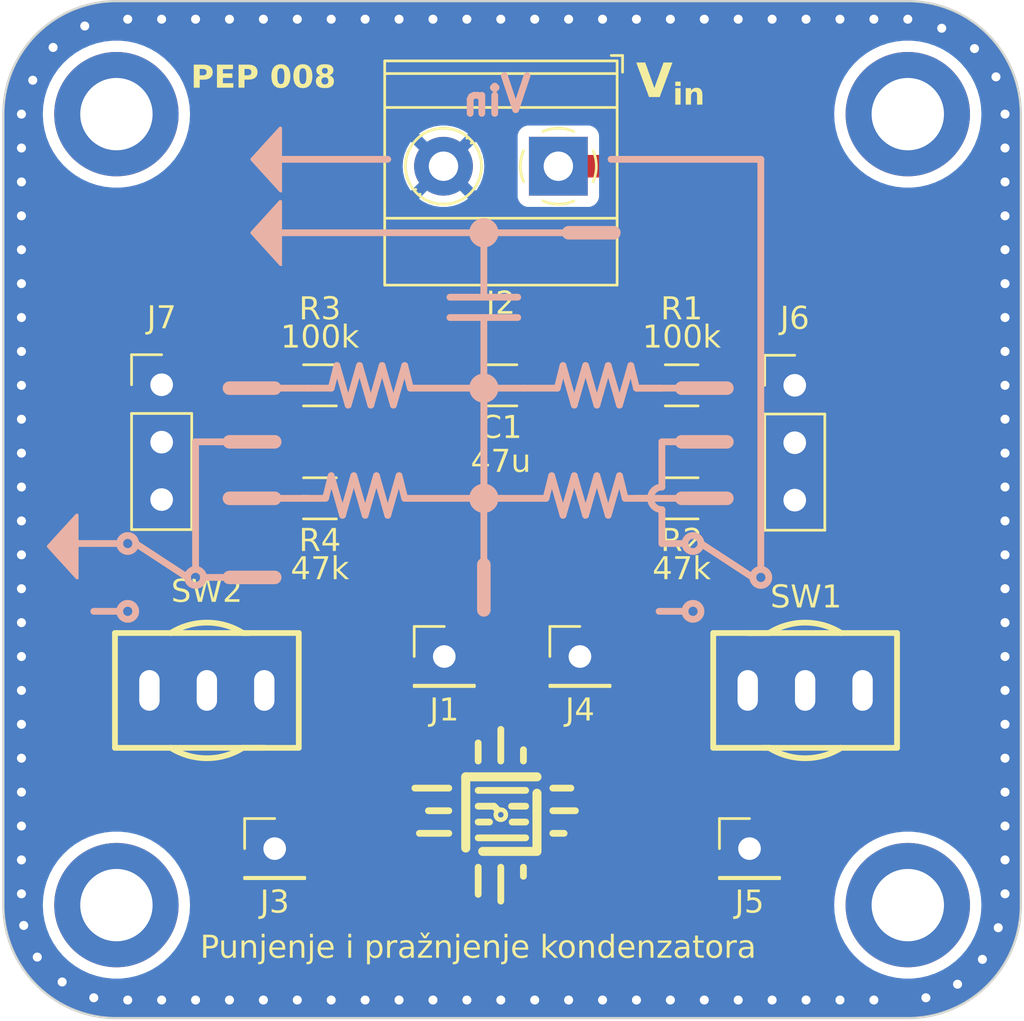
<source format=kicad_pcb>
(kicad_pcb (version 20240108) (generator "pcbnew") (generator_version "8.0")
  (layers (0 "F.Cu" signal) (31 "B.Cu" signal) (34 "B.Paste" user) (35 "F.Paste" user) (36 "B.SilkS" user "B.Silkscreen") (37 "F.SilkS" user "F.Silkscreen") (38 "B.Mask" user) (39 "F.Mask" user) (44 "Edge.Cuts" user))
  (net 0 "")
  (net 1 "0")
  (net 2 "Input voltage")
  (net 3 "Output voltage")
  (net 4 "Net-(J5-Pin_1)")
  (net 7 "Net-(J3-Pin_1)")
  (net 8 "Net-(J6-Pin_1)")
  (net 9 "Net-(J6-Pin_3)")
  (net 10 "Net-(J7-Pin_1)")
  (net 11 "Net-(J7-Pin_3)")
  (footprint "Resistor_SMD:R_1206_3216Metric_Pad1.30x1.75mm_HandSolder" (layer "F.Cu") (at 134 83 180)
    (property "Reference" "R2" (at 0 -2.5 0) (layer "F.SilkS") (effects (justify bottom)))
    (property "Value" "47k" (at 0 -3.75 0) (layer "F.SilkS") (effects (justify bottom)))
    (fp_line (start -0.727064 0.91) (end 0.727064 0.91) (stroke (width 0.12)) (layer "F.SilkS"))
    (fp_line (start -0.727064 -0.91) (end 0.727064 -0.91) (stroke (width 0.12)) (layer "F.SilkS"))
    (pad "1" smd roundrect (at -1.55 0 180) (size 1.3 1.75) (layers "F.Cu" "F.Paste" "F.Mask") (roundrect_rratio 0.192308) (net 9 "Net-(J6-Pin_3)"))
    (pad "2" smd roundrect (at 1.55 0 180) (size 1.3 1.75) (layers "F.Cu" "F.Paste" "F.Mask") (roundrect_rratio 0.192308) (net 3 "Output voltage"))
  )
  (footprint "Resistor_SMD:R_1206_3216Metric_Pad1.30x1.75mm_HandSolder" (layer "F.Cu") (at 118 83)
    (property "Reference" "R4" (at 0 2.5 0) (layer "F.SilkS") (effects (justify bottom)))
    (property "Value" "47k" (at 0 3.75 0) (layer "F.SilkS") (effects (justify bottom)))
    (fp_line (start -0.727064 -0.91) (end 0.727064 -0.91) (stroke (width 0.12)) (layer "F.SilkS"))
    (fp_line (start -0.727064 0.91) (end 0.727064 0.91) (stroke (width 0.12)) (layer "F.SilkS"))
    (pad "1" smd roundrect (at -1.55 0) (size 1.3 1.75) (layers "F.Cu" "F.Paste" "F.Mask") (roundrect_rratio 0.192308) (net 11 "Net-(J7-Pin_3)"))
    (pad "2" smd roundrect (at 1.55 0) (size 1.3 1.75) (layers "F.Cu" "F.Paste" "F.Mask") (roundrect_rratio 0.192308) (net 3 "Output voltage"))
  )
  (footprint "PEP_library:ele_petnica_logo" (layer "F.Cu") (at 126 97)
    (property "Reference" "REF**" (hide yes))
    (property "Value" "ele_petnica_logo" (hide yes))
    (fp_line (start -3.8 -1.176394) (end -2.3 -1.176394) (stroke (width 0.3)) (layer "F.SilkS"))
    (fp_line (start -3.6 0.823606) (end -2.3 0.823606) (stroke (width 0.3)) (layer "F.SilkS"))
    (fp_line (start -3.2 -0.176394) (end -2.3 -0.176394) (stroke (width 0.3)) (layer "F.SilkS"))
    (fp_line (start -1.55 -1.676394) (end 1.6 -1.676394) (stroke (width 0.4)) (layer "F.SilkS"))
    (fp_line (start -1.55 1.473606) (end -1.55 -1.676394) (stroke (width 0.4)) (layer "F.SilkS"))
    (fp_line (start -1 -3.176394) (end -1 -2.376394) (stroke (width 0.3)) (layer "F.SilkS"))
    (fp_line (start -1 -1.076394) (end 1.1 -1.076394) (stroke (width 0.3)) (layer "F.SilkS"))
    (fp_line (start -1 -0.376394) (end -0.3 -0.376394) (stroke (width 0.3)) (layer "F.SilkS"))
    (fp_line (start -1 0.323606) (end -0.5 0.323606) (stroke (width 0.3)) (layer "F.SilkS"))
    (fp_line (start -1 1.023606) (end 1.1 1.023606) (stroke (width 0.3)) (layer "F.SilkS"))
    (fp_line (start -1 3.523606) (end -1 2.323606) (stroke (width 0.3)) (layer "F.SilkS"))
    (fp_line (start -0.8 1.623606) (end 1.6 1.623606) (stroke (width 0.4)) (layer "F.SilkS"))
    (fp_line (start -0.3 -0.376394) (end -0.15 -0.226394) (stroke (width 0.3)) (layer "F.SilkS"))
    (fp_line (start 0 -3.776394) (end 0 -2.376394) (stroke (width 0.3)) (layer "F.SilkS"))
    (fp_line (start 0 3.823606) (end 0 2.323606) (stroke (width 0.3)) (layer "F.SilkS"))
    (fp_line (start 0.475 -0.376394) (end 1.1 -0.376394) (stroke (width 0.3)) (layer "F.SilkS"))
    (fp_line (start 0.5 0.323606) (end 1.1 0.323606) (stroke (width 0.3)) (layer "F.SilkS"))
    (fp_line (start 1 -2.876394) (end 1 -2.376394) (stroke (width 0.3)) (layer "F.SilkS"))
    (fp_line (start 1 2.723606) (end 1 2.323606) (stroke (width 0.3)) (layer "F.SilkS"))
    (fp_line (start 1.6 1.573606) (end 1.6 -0.95) (stroke (width 0.4)) (layer "F.SilkS"))
    (fp_line (start 2.8 0.823606) (end 2.3 0.823606) (stroke (width 0.3)) (layer "F.SilkS"))
    (fp_line (start 3.1 -1.176394) (end 2.3 -1.176394) (stroke (width 0.3)) (layer "F.SilkS"))
    (fp_line (start 3.3 -0.176394) (end 2.3 -0.176394) (stroke (width 0.3)) (layer "F.SilkS"))
    (fp_circle (center 0 0) (end 0.2 0.1) (stroke (width 0.2)) (fill none) (layer "F.SilkS"))
  )
  (footprint "Resistor_SMD:R_1206_3216Metric_Pad1.30x1.75mm_HandSolder" (layer "F.Cu") (at 134 78 180)
    (property "Reference" "R1" (at 0 2.75 0) (layer "F.SilkS") (effects (justify bottom)))
    (property "Value" "100k" (at 0 1.5 0) (layer "F.SilkS") (effects (justify bottom)))
    (fp_line (start -0.727064 0.91) (end 0.727064 0.91) (stroke (width 0.12)) (layer "F.SilkS"))
    (fp_line (start -0.727064 -0.91) (end 0.727064 -0.91) (stroke (width 0.12)) (layer "F.SilkS"))
    (pad "1" smd roundrect (at -1.55 0 180) (size 1.3 1.75) (layers "F.Cu" "F.Paste" "F.Mask") (roundrect_rratio 0.192308) (net 8 "Net-(J6-Pin_1)"))
    (pad "2" smd roundrect (at 1.55 0 180) (size 1.3 1.75) (layers "F.Cu" "F.Paste" "F.Mask") (roundrect_rratio 0.192308) (net 3 "Output voltage"))
  )
  (footprint "Connector_PinHeader_2.54mm:PinHeader_1x03_P2.54mm_Vertical" (layer "F.Cu") (at 111 77.975)
    (property "Reference" "J7" (at 0 -2.33 0) (layer "F.SilkS") (effects (justify bottom)))
    (property "Value" "Conn_01x03_Pin")
    (fp_line (start -1.33 -1.33) (end 0 -1.33) (stroke (width 0.12)) (layer "F.SilkS"))
    (fp_line (start -1.33 0) (end -1.33 -1.33) (stroke (width 0.12)) (layer "F.SilkS"))
    (fp_line (start -1.33 1.27) (end -1.33 6.41) (stroke (width 0.12)) (layer "F.SilkS"))
    (fp_line (start -1.33 1.27) (end 1.33 1.27) (stroke (width 0.12)) (layer "F.SilkS"))
    (fp_line (start -1.33 6.41) (end 1.33 6.41) (stroke (width 0.12)) (layer "F.SilkS"))
    (fp_line (start 1.33 1.27) (end 1.33 6.41) (stroke (width 0.12)) (layer "F.SilkS"))
    (pad "1" thru_hole rect (at 0 0) (size 1.7 1.7) (drill 1) (layers "*.Cu" "*.Mask") (net 10 "Net-(J7-Pin_1)"))
    (pad "2" thru_hole oval (at 0 2.54) (size 1.7 1.7) (drill 1) (layers "*.Cu" "*.Mask") (net 7 "Net-(J3-Pin_1)"))
    (pad "3" thru_hole oval (at 0 5.08) (size 1.7 1.7) (drill 1) (layers "*.Cu" "*.Mask") (net 11 "Net-(J7-Pin_3)"))
  )
  (footprint "Resistor_SMD:R_1206_3216Metric_Pad1.30x1.75mm_HandSolder" (layer "F.Cu") (at 118 78)
    (property "Reference" "R3" (at 0 -2.75 0) (layer "F.SilkS") (effects (justify bottom)))
    (property "Value" "100k" (at 0 -1.5 0) (layer "F.SilkS") (effects (justify bottom)))
    (fp_line (start -0.727064 -0.91) (end 0.727064 -0.91) (stroke (width 0.12)) (layer "F.SilkS"))
    (fp_line (start -0.727064 0.91) (end 0.727064 0.91) (stroke (width 0.12)) (layer "F.SilkS"))
    (pad "1" smd roundrect (at -1.55 0) (size 1.3 1.75) (layers "F.Cu" "F.Paste" "F.Mask") (roundrect_rratio 0.192308) (net 10 "Net-(J7-Pin_1)"))
    (pad "2" smd roundrect (at 1.55 0) (size 1.3 1.75) (layers "F.Cu" "F.Paste" "F.Mask") (roundrect_rratio 0.192308) (net 3 "Output voltage"))
  )
  (footprint "MountingHole:MountingHole_3.2mm_M3_ISO14580_Pad_TopBottom" (layer "F.Cu") (at 144 66)
    (property "Reference" "H3" (hide yes))
    (property "Value" "MountingHole")
    (pad "1" thru_hole circle (at 0 0) (size 3.6 3.6) (drill 3.2) (layers "*.Cu" "*.Mask"))
    (pad "1" connect circle (at 0 0) (size 5.5 5.5) (layers "F.Cu" "F.Mask"))
    (pad "1" connect circle (at 0 0) (size 5.5 5.5) (layers "B.Cu" "B.Mask"))
  )
  (footprint "MountingHole:MountingHole_3.2mm_M3_ISO14580_Pad_TopBottom" (layer "F.Cu") (at 144 101)
    (property "Reference" "H4" (hide yes))
    (property "Value" "MountingHole")
    (pad "1" thru_hole circle (at 0 0) (size 3.6 3.6) (drill 3.2) (layers "*.Cu" "*.Mask"))
    (pad "1" connect circle (at 0 0) (size 5.5 5.5) (layers "F.Cu" "F.Mask"))
    (pad "1" connect circle (at 0 0) (size 5.5 5.5) (layers "B.Cu" "B.Mask"))
  )
  (footprint "Connector_PinHeader_2.54mm:PinHeader_1x01_P2.54mm_Vertical" (layer "F.Cu") (at 129.5 90)
    (property "Reference" "J4" (at 0 3 0) (layer "F.SilkS") (effects (justify bottom)))
    (property "Value" "Conn_01x01_Pin")
    (fp_line (start -1.33 -1.33) (end 0 -1.33) (stroke (width 0.12)) (layer "F.SilkS"))
    (fp_line (start -1.33 0) (end -1.33 -1.33) (stroke (width 0.12)) (layer "F.SilkS"))
    (fp_line (start -1.33 1.27) (end -1.33 1.33) (stroke (width 0.12)) (layer "F.SilkS"))
    (fp_line (start -1.33 1.27) (end 1.33 1.27) (stroke (width 0.12)) (layer "F.SilkS"))
    (fp_line (start -1.33 1.33) (end 1.33 1.33) (stroke (width 0.12)) (layer "F.SilkS"))
    (fp_line (start 1.33 1.27) (end 1.33 1.33) (stroke (width 0.12)) (layer "F.SilkS"))
    (pad "1" thru_hole rect (at 0 0) (size 1.7 1.7) (drill 1) (layers "*.Cu" "*.Mask") (net 1 "0"))
  )
  (footprint "Connector_PinHeader_2.54mm:PinHeader_1x03_P2.54mm_Vertical" (layer "F.Cu") (at 139 78)
    (property "Reference" "J6" (at 0 -2.33 0) (layer "F.SilkS") (effects (justify bottom)))
    (property "Value" "Conn_01x03_Pin")
    (fp_line (start -1.33 -1.33) (end 0 -1.33) (stroke (width 0.12)) (layer "F.SilkS"))
    (fp_line (start -1.33 0) (end -1.33 -1.33) (stroke (width 0.12)) (layer "F.SilkS"))
    (fp_line (start -1.33 1.27) (end -1.33 6.41) (stroke (width 0.12)) (layer "F.SilkS"))
    (fp_line (start -1.33 1.27) (end 1.33 1.27) (stroke (width 0.12)) (layer "F.SilkS"))
    (fp_line (start -1.33 6.41) (end 1.33 6.41) (stroke (width 0.12)) (layer "F.SilkS"))
    (fp_line (start 1.33 1.27) (end 1.33 6.41) (stroke (width 0.12)) (layer "F.SilkS"))
    (pad "1" thru_hole rect (at 0 0) (size 1.7 1.7) (drill 1) (layers "*.Cu" "*.Mask") (net 8 "Net-(J6-Pin_1)"))
    (pad "2" thru_hole oval (at 0 2.54) (size 1.7 1.7) (drill 1) (layers "*.Cu" "*.Mask") (net 4 "Net-(J5-Pin_1)"))
    (pad "3" thru_hole oval (at 0 5.08) (size 1.7 1.7) (drill 1) (layers "*.Cu" "*.Mask") (net 9 "Net-(J6-Pin_3)"))
  )
  (footprint "Capacitor_SMD:C_1206_3216Metric" (layer "F.Cu") (at 126 78 180)
    (property "Reference" "C1" (at -0.005 -2.5 0) (layer "F.SilkS") (effects (justify bottom)))
    (property "Value" "47u" (at 0 -4 0) (layer "F.SilkS") (effects (justify bottom)))
    (fp_line (start -0.711252 0.91) (end 0.711252 0.91) (stroke (width 0.12)) (layer "F.SilkS"))
    (fp_line (start -0.711252 -0.91) (end 0.711252 -0.91) (stroke (width 0.12)) (layer "F.SilkS"))
    (pad "1" smd roundrect (at -1.475 0 180) (size 1.15 1.8) (layers "F.Cu" "F.Paste" "F.Mask") (roundrect_rratio 0.217391) (net 3 "Output voltage"))
    (pad "2" smd roundrect (at 1.475 0 180) (size 1.15 1.8) (layers "F.Cu" "F.Paste" "F.Mask") (roundrect_rratio 0.217391) (net 1 "0"))
  )
  (footprint "TerminalBlock_Phoenix:TerminalBlock_Phoenix_MKDS-1,5-2-5.08_1x02_P5.08mm_Horizontal" (layer "F.Cu") (at 128.545 68.305 180)
    (property "Reference" "J2" (at 2.545 -6.695 0) (layer "F.SilkS") (effects (justify bottom)))
    (property "Value" "Screw_Terminal_01x02")
    (fp_line (start 7.68 -5.261) (end 7.68 4.66) (stroke (width 0.12)) (layer "F.SilkS"))
    (fp_line (start 6.355 -1.069) (end 6.308 -1.023) (stroke (width 0.12)) (layer "F.SilkS"))
    (fp_line (start 6.15 -1.275) (end 6.115 -1.239) (stroke (width 0.12)) (layer "F.SilkS"))
    (fp_line (start 4.046 1.239) (end 4.011 1.274) (stroke (width 0.12)) (layer "F.SilkS"))
    (fp_line (start 3.853 1.023) (end 3.806 1.069) (stroke (width 0.12)) (layer "F.SilkS"))
    (fp_line (start -2.6 4.66) (end 7.68 4.66) (stroke (width 0.12)) (layer "F.SilkS"))
    (fp_line (start -2.6 4.1) (end 7.68 4.1) (stroke (width 0.12)) (layer "F.SilkS"))
    (fp_line (start -2.6 2.6) (end 7.68 2.6) (stroke (width 0.12)) (layer "F.SilkS"))
    (fp_line (start -2.6 -2.301) (end 7.68 -2.301) (stroke (width 0.12)) (layer "F.SilkS"))
    (fp_line (start -2.6 -5.261) (end 7.68 -5.261) (stroke (width 0.12)) (layer "F.SilkS"))
    (fp_line (start -2.6 -5.261) (end -2.6 4.66) (stroke (width 0.12)) (layer "F.SilkS"))
    (fp_line (start -2.84 4.9) (end -2.34 4.9) (stroke (width 0.12)) (layer "F.SilkS"))
    (fp_line (start -2.84 4.16) (end -2.84 4.9) (stroke (width 0.12)) (layer "F.SilkS"))
    (fp_arc (start 1.535427 -0.683042) (mid 1.680501 0.000524) (end 1.535 0.684) (stroke (width 0.12)) (layer "F.SilkS"))
    (fp_arc (start 0.683318 1.534756) (mid 0.349292 1.643288) (end 0 1.68) (stroke (width 0.12)) (layer "F.SilkS"))
    (fp_arc (start 0.028805 1.680253) (mid -0.335551 1.646659) (end -0.684 1.535) (stroke (width 0.12)) (layer "F.SilkS"))
    (fp_arc (start -0.683042 -1.535427) (mid 0.000524 -1.680501) (end 0.684 -1.535) (stroke (width 0.12)) (layer "F.SilkS"))
    (fp_arc (start -1.535427 0.683042) (mid -1.680501 -0.000524) (end -1.535 -0.684) (stroke (width 0.12)) (layer "F.SilkS"))
    (fp_circle (center 5.08 0) (end 6.76 0) (stroke (width 0.12)) (fill none) (layer "F.SilkS"))
    (pad "1" thru_hole rect (at 0 0 180) (size 2.6 2.6) (drill 1.3) (layers "*.Cu" "*.Mask") (net 2 "Input voltage"))
    (pad "2" thru_hole circle (at 5.08 0 180) (size 2.6 2.6) (drill 1.3) (layers "*.Cu" "*.Mask") (net 1 "0"))
  )
  (footprint "Connector_PinHeader_2.54mm:PinHeader_1x01_P2.54mm_Vertical" (layer "F.Cu") (at 137 98.5)
    (property "Reference" "J5" (at 0 3 0) (layer "F.SilkS") (effects (justify bottom)))
    (property "Value" "Conn_01x01_Pin")
    (fp_line (start -1.33 -1.33) (end 0 -1.33) (stroke (width 0.12)) (layer "F.SilkS"))
    (fp_line (start -1.33 0) (end -1.33 -1.33) (stroke (width 0.12)) (layer "F.SilkS"))
    (fp_line (start -1.33 1.27) (end -1.33 1.33) (stroke (width 0.12)) (layer "F.SilkS"))
    (fp_line (start -1.33 1.27) (end 1.33 1.27) (stroke (width 0.12)) (layer "F.SilkS"))
    (fp_line (start -1.33 1.33) (end 1.33 1.33) (stroke (width 0.12)) (layer "F.SilkS"))
    (fp_line (start 1.33 1.27) (end 1.33 1.33) (stroke (width 0.12)) (layer "F.SilkS"))
    (pad "1" thru_hole rect (at 0 0) (size 1.7 1.7) (drill 1) (layers "*.Cu" "*.Mask") (net 4 "Net-(J5-Pin_1)"))
  )
  (footprint "PEP_library:SW-TH_2MS1T1B1M1QES-5" (layer "F.Cu") (at 113 91.5 90)
    (property "Reference" "SW2" (at 3.75 0 180) (layer "F.SilkS") (effects (justify bottom)))
    (property "Value" "SW_SPDT")
    (fp_line (start -2.54 -4.064) (end 2.5398 -4.064) (stroke (width 0.254)) (layer "F.SilkS"))
    (fp_line (start -2.54 -4.064) (end -2.54 -1.5967) (stroke (width 0.254)) (layer "F.SilkS"))
    (fp_line (start -2.5398 -1.5967) (end -2.5398 2.4132) (stroke (width 0.254)) (layer "F.SilkS"))
    (fp_line (start 2.54 -1.5963) (end 2.54 -4.064) (stroke (width 0.254)) (layer "F.SilkS"))
    (fp_line (start 2.54 -1.5963) (end 2.54 1.8687) (stroke (width 0.254)) (layer "F.SilkS"))
    (fp_line (start -2.54 1.5963) (end -2.54 4.065) (stroke (width 0.254)) (layer "F.SilkS"))
    (fp_line (start -2.5398 2.4132) (end -2.54 2.5682) (stroke (width 0.254)) (layer "F.SilkS"))
    (fp_line (start 2.5398 4.065) (end 2.5398 1.5967) (stroke (width 0.254)) (layer "F.SilkS"))
    (fp_line (start 2.5398 4.065) (end -2.54 4.065) (stroke (width 0.254)) (layer "F.SilkS"))
    (fp_arc (start 2.54 -1.5963) (mid 2.999962 0.000229) (end 2.5398 1.5967) (stroke (width 0.254)) (layer "F.SilkS"))
    (fp_arc (start -2.54 1.5963) (mid -2.999962 -0.000229) (end -2.5398 -1.5967) (stroke (width 0.254)) (layer "F.SilkS"))
    (pad "1" thru_hole oval (at 0 2.54 180) (size 1.6 2.5) (drill oval 0.9 1.8) (layers "*.Cu" "*.Mask") (net 1 "0"))
    (pad "2" thru_hole oval (at 0 0 180) (size 1.6 2.5) (drill oval 0.9 1.8) (layers "*.Cu" "*.Mask") (net 7 "Net-(J3-Pin_1)"))
    (pad "3" thru_hole oval (at 0 -2.54 180) (size 1.6 2.5) (drill oval 0.9 1.8) (layers "*.Cu" "*.Mask"))
  )
  (footprint "Connector_PinHeader_2.54mm:PinHeader_1x01_P2.54mm_Vertical" (layer "F.Cu") (at 116 98.5)
    (property "Reference" "J3" (at 0 3 0) (layer "F.SilkS") (effects (justify bottom)))
    (property "Value" "Conn_01x01_Pin")
    (fp_line (start -1.33 -1.33) (end 0 -1.33) (stroke (width 0.12)) (layer "F.SilkS"))
    (fp_line (start -1.33 0) (end -1.33 -1.33) (stroke (width 0.12)) (layer "F.SilkS"))
    (fp_line (start -1.33 1.27) (end -1.33 1.33) (stroke (width 0.12)) (layer "F.SilkS"))
    (fp_line (start -1.33 1.27) (end 1.33 1.27) (stroke (width 0.12)) (layer "F.SilkS"))
    (fp_line (start -1.33 1.33) (end 1.33 1.33) (stroke (width 0.12)) (layer "F.SilkS"))
    (fp_line (start 1.33 1.27) (end 1.33 1.33) (stroke (width 0.12)) (layer "F.SilkS"))
    (pad "1" thru_hole rect (at 0 0) (size 1.7 1.7) (drill 1) (layers "*.Cu" "*.Mask") (net 7 "Net-(J3-Pin_1)"))
  )
  (footprint "MountingHole:MountingHole_3.2mm_M3_ISO14580_Pad_TopBottom" (layer "F.Cu") (at 109 66)
    (property "Reference" "H2" (hide yes))
    (property "Value" "MountingHole")
    (pad "1" thru_hole circle (at 0 0) (size 3.6 3.6) (drill 3.2) (layers "*.Cu" "*.Mask"))
    (pad "1" connect circle (at 0 0) (size 5.5 5.5) (layers "F.Cu" "F.Mask"))
    (pad "1" connect circle (at 0 0) (size 5.5 5.5) (layers "B.Cu" "B.Mask"))
  )
  (footprint "MountingHole:MountingHole_3.2mm_M3_ISO14580_Pad_TopBottom" (layer "F.Cu") (at 109 101 -90)
    (property "Reference" "H1" (hide yes))
    (property "Value" "MountingHole")
    (pad "1" thru_hole circle (at 0 0 270) (size 3.6 3.6) (drill 3.2) (layers "*.Cu" "*.Mask"))
    (pad "1" connect circle (at 0 0 270) (size 5.5 5.5) (layers "F.Cu" "F.Mask"))
    (pad "1" connect circle (at 0 0 270) (size 5.5 5.5) (layers "B.Cu" "B.Mask"))
  )
  (footprint "PEP_library:SW-TH_2MS1T1B1M1QES-5" (layer "F.Cu") (at 139.46 91.5 -90)
    (property "Reference" "SW1" (at -3.5 -0.04 180) (layer "F.SilkS") (effects (justify bottom)))
    (property "Value" "SW_SPDT")
    (fp_line (start 2.5398 4.065) (end -2.54 4.065) (stroke (width 0.254)) (layer "F.SilkS"))
    (fp_line (start 2.5398 4.065) (end 2.5398 1.5967) (stroke (width 0.254)) (layer "F.SilkS"))
    (fp_line (start -2.5398 2.4132) (end -2.54 2.5682) (stroke (width 0.254)) (layer "F.SilkS"))
    (fp_line (start -2.54 1.5963) (end -2.54 4.065) (stroke (width 0.254)) (layer "F.SilkS"))
    (fp_line (start 2.54 -1.5963) (end 2.54 1.8687) (stroke (width 0.254)) (layer "F.SilkS"))
    (fp_line (start 2.54 -1.5963) (end 2.54 -4.064) (stroke (width 0.254)) (layer "F.SilkS"))
    (fp_line (start -2.5398 -1.5967) (end -2.5398 2.4132) (stroke (width 0.254)) (layer "F.SilkS"))
    (fp_line (start -2.54 -4.064) (end -2.54 -1.5967) (stroke (width 0.254)) (layer "F.SilkS"))
    (fp_line (start -2.54 -4.064) (end 2.5398 -4.064) (stroke (width 0.254)) (layer "F.SilkS"))
    (fp_arc (start -2.54 1.5963) (mid -2.999962 -0.000229) (end -2.5398 -1.5967) (stroke (width 0.254)) (layer "F.SilkS"))
    (fp_arc (start 2.54 -1.5963) (mid 2.999962 0.000229) (end 2.5398 1.5967) (stroke (width 0.254)) (layer "F.SilkS"))
    (pad "1" thru_hole oval (at 0 2.54) (size 1.6 2.5) (drill oval 0.9 1.8) (layers "*.Cu" "*.Mask") (net 4 "Net-(J5-Pin_1)"))
    (pad "2" thru_hole oval (at 0 0) (size 1.6 2.5) (drill oval 0.9 1.8) (layers "*.Cu" "*.Mask") (net 2 "Input voltage"))
    (pad "3" thru_hole oval (at 0 -2.54) (size 1.6 2.5) (drill oval 0.9 1.8) (layers "*.Cu" "*.Mask"))
  )
  (footprint "Connector_PinHeader_2.54mm:PinHeader_1x01_P2.54mm_Vertical" (layer "F.Cu") (at 123.5 90)
    (property "Reference" "J1" (at 0 3 0) (layer "F.SilkS") (effects (justify bottom)))
    (property "Value" "Conn_01x01_Pin")
    (fp_line (start -1.33 -1.33) (end 0 -1.33) (stroke (width 0.12)) (layer "F.SilkS"))
    (fp_line (start -1.33 0) (end -1.33 -1.33) (stroke (width 0.12)) (layer "F.SilkS"))
    (fp_line (start -1.33 1.27) (end -1.33 1.33) (stroke (width 0.12)) (layer "F.SilkS"))
    (fp_line (start -1.33 1.27) (end 1.33 1.27) (stroke (width 0.12)) (layer "F.SilkS"))
    (fp_line (start -1.33 1.33) (end 1.33 1.33) (stroke (width 0.12)) (layer "F.SilkS"))
    (fp_line (start 1.33 1.27) (end 1.33 1.33) (stroke (width 0.12)) (layer "F.SilkS"))
    (pad "1" thru_hole rect (at 0 0) (size 1.7 1.7) (drill 1) (layers "*.Cu" "*.Mask") (net 3 "Output voltage"))
  )
  (gr_line (start 109 105.3) (end 144 105.3) (stroke (width 1.4)) (layer "F.Cu") (net 1))
  (gr_arc (start 104.695296 65.977715) (mid 105.949583 62.949583) (end 108.977716 61.695296) (stroke (width 1.4)) (layer "F.Cu") (net 1))
  (gr_line (start 143.777718 61.708011) (end 108.777716 61.708011) (stroke (width 1.4)) (layer "F.Cu") (net 1))
  (gr_line (start 148.300002 101) (end 148.3 66) (stroke (width 1.4)) (layer "F.Cu") (net 1))
  (gr_line (start 104.7 66) (end 104.7 101) (stroke (width 1.4)) (layer "F.Cu") (net 1))
  (gr_arc (start 144.011046 61.694) (mid 147.055825 62.955221) (end 148.317046 65.999999) (stroke (width 1.4)) (layer "F.Cu") (net 1))
  (gr_arc (start 109 105.31393) (mid 105.94959 104.050409) (end 104.68607 100.999999) (stroke (width 1.4)) (layer "F.Cu") (net 1))
  (gr_arc (start 148.31393 100.999999) (mid 147.05041 104.050409) (end 144 105.31393) (stroke (width 1.4)) (layer "F.Cu") (net 1))
  (gr_line (start 129.25 82) (end 128.75 83.75) (stroke (width 0.3)) (layer "B.SilkS"))
  (gr_circle (center 125.25 78.125) (end 125.395774 78.125) (stroke (width 0.5)) (fill none) (layer "B.SilkS"))
  (gr_line (start 128 83) (end 126 83) (stroke (width 0.3)) (layer "B.SilkS"))
  (gr_line (start 118.75 77.125) (end 118.5 78.125) (stroke (width 0.3)) (layer "B.SilkS"))
  (gr_arc (start 133.125 83.5) (mid 132.625 83) (end 133.125 82.5) (stroke (width 0.3)) (layer "B.SilkS"))
  (gr_line (start 116 78.125) (end 114 78.125) (stroke (width 0.6)) (layer "B.SilkS"))
  (gr_line (start 117.5 78.125) (end 114 78.125) (stroke (width 0.3)) (layer "B.SilkS"))
  (gr_line (start 121.75 83) (end 121.5 82) (stroke (width 0.3)) (layer "B.SilkS"))
  (gr_line (start 134.146438 85) (end 133.125 85) (stroke (width 0.3)) (layer "B.SilkS"))
  (gr_circle (center 125.25 71.25) (end 125.395774 71.25) (stroke (width 0.5)) (fill none) (layer "B.SilkS"))
  (gr_line (start 132.625 83) (end 131.5 83) (stroke (width 0.3)) (layer "B.SilkS"))
  (gr_line (start 125.25 85.9375) (end 125.25 87.9375) (stroke (width 0.6)) (layer "B.SilkS"))
  (gr_poly (pts (xy 116.25 69.375) (xy 116.25 66.625) (xy 115 68)) (stroke (width 0.15)) (fill solid) (layer "B.SilkS"))
  (gr_line (start 133.125 85) (end 133.125 83.5) (stroke (width 0.3)) (layer "B.SilkS"))
  (gr_line (start 130.75 83.75) (end 130.25 82) (stroke (width 0.3)) (layer "B.SilkS"))
  (gr_line (start 130.25 82) (end 129.75 83.75) (stroke (width 0.3)) (layer "B.SilkS"))
  (gr_line (start 132 83) (end 136 83) (stroke (width 0.3)) (layer "B.SilkS"))
  (gr_line (start 119 83.75) (end 118.5 82) (stroke (width 0.3)) (layer "B.SilkS"))
  (gr_line (start 129.75 77.125) (end 129.25 78.875) (stroke (width 0.3)) (layer "B.SilkS"))
  (gr_circle (center 134.499993 88) (end 134.749993 88.250003) (stroke (width 0.3)) (fill none) (layer "B.SilkS"))
  (gr_line (start 134 78.125) (end 136 78.125) (stroke (width 0.6)) (layer "B.SilkS"))
  (gr_line (start 125.25 78) (end 125.25 75) (stroke (width 0.3)) (layer "B.SilkS"))
  (gr_line (start 116 86.5) (end 114 86.5) (stroke (width 0.6)) (layer "B.SilkS"))
  (gr_line (start 109.146438 88) (end 107.999993 88) (stroke (width 0.3)) (layer "B.SilkS"))
  (gr_line (start 131.25 82) (end 130.75 83.75) (stroke (width 0.3)) (layer "B.SilkS"))
  (gr_line (start 112.5 80.5) (end 112.5 86.146447) (stroke (width 0.3)) (layer "B.SilkS"))
  (gr_line (start 128.25 82) (end 128 83) (stroke (width 0.3)) (layer "B.SilkS"))
  (gr_line (start 121.5 82) (end 121 83.75) (stroke (width 0.3)) (layer "B.SilkS"))
  (gr_line (start 130.25 78.875) (end 129.75 77.125) (stroke (width 0.3)) (layer "B.SilkS"))
  (gr_line (start 118.25 83) (end 117.25 83) (stroke (width 0.3)) (layer "B.SilkS"))
  (gr_line (start 116 71.25) (end 131 71.25) (stroke (width 0.3)) (layer "B.SilkS"))
  (gr_line (start 131.5 83) (end 131.25 82) (stroke (width 0.3)) (layer "B.SilkS"))
  (gr_line (start 131.25 78.875) (end 130.75 77.125) (stroke (width 0.3)) (layer "B.SilkS"))
  (gr_line (start 119.25 78.875) (end 118.75 77.125) (stroke (width 0.3)) (layer "B.SilkS"))
  (gr_line (start 125.25 78.0625) (end 125.25 87.9375) (stroke (width 0.3)) (layer "B.SilkS"))
  (gr_line (start 117.5 83) (end 114 83) (stroke (width 0.3)) (layer "B.SilkS"))
  (gr_line (start 125.25 74.1) (end 125.25 71.1) (stroke (width 0.3)) (layer "B.SilkS"))
  (gr_line (start 123.75 75) (end 126.75 75) (stroke (width 0.3)) (layer "B.SilkS"))
  (gr_line (start 120.5 82) (end 120 83.75) (stroke (width 0.3)) (layer "B.SilkS"))
  (gr_line (start 128.75 77.125) (end 128.5 78.125) (stroke (width 0.3)) (layer "B.SilkS"))
  (gr_line (start 107.999993 85) (end 106.499993 85) (stroke (width 0.3)) (layer "B.SilkS"))
  (gr_line (start 127 78.125) (end 122 78.125) (stroke (width 0.3)) (layer "B.SilkS"))
  (gr_circle (center 125.25 83) (end 125.395774 83) (stroke (width 0.5)) (fill none) (layer "B.SilkS"))
  (gr_line (start 119.75 77.125) (end 119.25 78.875) (stroke (width 0.3)) (layer "B.SilkS"))
  (gr_line (start 129 71.25) (end 131 71.25) (stroke (width 0.6)) (layer "B.SilkS"))
  (gr_line (start 132 78.125) (end 131.75 77.125) (stroke (width 0.3)) (layer "B.SilkS"))
  (gr_line (start 129.25 78.875) (end 128.75 77.125) (stroke (width 0.3)) (layer "B.SilkS"))
  (gr_line (start 109.146438 85) (end 107.999993 85) (stroke (width 0.3)) (layer "B.SilkS"))
  (gr_line (start 134 83) (end 136 83) (stroke (width 0.6)) (layer "B.SilkS"))
  (gr_line (start 120.25 78.875) (end 119.75 77.125) (stroke (width 0.3)) (layer "B.SilkS"))
  (gr_line (start 121 83.75) (end 120.5 82) (stroke (width 0.3)) (layer "B.SilkS"))
  (gr_line (start 112.14644 86.5) (end 109.85356 84.999982) (stroke (width 0.3)) (layer "B.SilkS"))
  (gr_line (start 112.5 80.5) (end 116 80.5) (stroke (width 0.3)) (layer "B.SilkS"))
  (gr_line (start 114 80.5) (end 116 80.5) (stroke (width 0.6)) (layer "B.SilkS"))
  (gr_line (start 119.5 82) (end 119 83.75) (stroke (width 0.3)) (layer "B.SilkS"))
  (gr_line (start 137.499993 68) (end 130.875 68) (stroke (width 0.3)) (layer "B.SilkS"))
  (gr_circle (center 137.499993 86.5) (end 137.249993 86.75) (stroke (width 0.3)) (fill none) (layer "B.SilkS"))
  (gr_line (start 128.75 83.75) (end 128.25 82) (stroke (width 0.3)) (layer "B.SilkS"))
  (gr_line (start 133.125 78.125) (end 132 78.125) (stroke (width 0.3)) (layer "B.SilkS"))
  (gr_poly (pts (xy 107.249993 86.500002) (xy 107.249993 83.750002) (xy 105.999993 85.125002)) (stroke (width 0.15)) (fill solid) (layer "B.SilkS"))
  (gr_line (start 121.75 77.125) (end 121.25 78.875) (stroke (width 0.3)) (layer "B.SilkS"))
  (gr_line (start 123.75 74.1) (end 126.75 74.1) (stroke (width 0.3)) (layer "B.SilkS"))
  (gr_line (start 126 83) (end 121.749999 83) (stroke (width 0.3)) (layer "B.SilkS"))
  (gr_line (start 132 78.125) (end 136 78.125) (stroke (width 0.3)) (layer "B.SilkS"))
  (gr_line (start 120.75 77.125) (end 120.25 78.875) (stroke (width 0.3)) (layer "B.SilkS"))
  (gr_line (start 112.853546 86.5) (end 115 86.5) (stroke (width 0.3)) (layer "B.SilkS"))
  (gr_circle (center 112.499993 86.5) (end 112.249993 86.75) (stroke (width 0.3)) (fill none) (layer "B.SilkS"))
  (gr_line (start 137.14644 86.5) (end 134.85356 84.999982) (stroke (width 0.3)) (layer "B.SilkS"))
  (gr_line (start 116 83) (end 114 83) (stroke (width 0.6)) (layer "B.SilkS"))
  (gr_line (start 128.5 78.125) (end 127 78.125) (stroke (width 0.3)) (layer "B.SilkS"))
  (gr_line (start 120 83.75) (end 119.5 82) (stroke (width 0.3)) (layer "B.SilkS"))
  (gr_line (start 118.5 82) (end 118.25 83) (stroke (width 0.3)) (layer "B.SilkS"))
  (gr_line (start 134 80.5) (end 136 80.5) (stroke (width 0.6)) (layer "B.SilkS"))
  (gr_line (start 122 78.125) (end 121.75 77.125) (stroke (width 0.3)) (layer "B.SilkS"))
  (gr_line (start 125.25 78.125) (end 125.25 83) (stroke (width 0.3)) (layer "B.SilkS"))
  (gr_line (start 137.499993 68) (end 137.499993 86.146447) (stroke (width 0.3)) (layer "B.SilkS"))
  (gr_line (start 130.75 77.125) (end 130.25 78.875) (stroke (width 0.3)) (layer "B.SilkS"))
  (gr_line (start 129.75 83.75) (end 129.25 82) (stroke (width 0.3)) (layer "B.SilkS"))
  (gr_circle (center 109.499993 88) (end 109.749993 88.250003) (stroke (width 0.3)) (fill none) (layer "B.SilkS"))
  (gr_line (start 134.146438 88) (end 132.999993 88) (stroke (width 0.3)) (layer "B.SilkS"))
  (gr_circle (center 134.499993 85) (end 134.749993 85.250003) (stroke (width 0.3)) (fill none) (layer "B.SilkS"))
  (gr_line (start 133.125 80.5) (end 136 80.5) (stroke (width 0.3)) (layer "B.SilkS"))
  (gr_line (start 121.25 78.875) (end 120.75 77.125) (stroke (width 0.3)) (layer "B.SilkS"))
  (gr_line (start 118.5 78.125) (end 117.5 78.125) (stroke (width 0.3)) (layer "B.SilkS"))
  (gr_line (start 131.75 77.125) (end 131.25 78.875) (stroke (width 0.3)) (layer "B.SilkS"))
  (gr_poly (pts (xy 116.25 72.625) (xy 116.25 69.875) (xy 115 71.25)) (stroke (width 0.15)) (fill solid) (layer "B.SilkS"))
  (gr_circle (center 109.499993 85) (end 109.749993 85.250003) (stroke (width 0.3)) (fill none) (layer "B.SilkS"))
  (gr_line (start 121 68) (end 116.375 68) (stroke (width 0.3)) (layer "B.SilkS"))
  (gr_line (start 133.125 82.5) (end 133.125 80.5) (stroke (width 0.3)) (layer "B.SilkS"))
  (gr_line (start 144 106) (end 109 106) (stroke (width 0.1)) (layer "Edge.Cuts"))
  (gr_arc (start 144 61) (mid 147.535534 62.464466) (end 149 66) (stroke (width 0.1)) (layer "Edge.Cuts"))
  (gr_arc (start 149 101) (mid 147.535534 104.535534) (end 144 106) (stroke (width 0.1)) (layer "Edge.Cuts"))
  (gr_arc (start 104 66) (mid 105.464466 62.464466) (end 109 61) (stroke (width 0.1)) (layer "Edge.Cuts"))
  (gr_line (start 149 101) (end 149 66) (stroke (width 0.1)) (layer "Edge.Cuts"))
  (gr_arc (start 109 106) (mid 105.464466 104.535534) (end 104 101) (stroke (width 0.1)) (layer "Edge.Cuts"))
  (gr_line (start 109 61) (end 144 61) (stroke (width 0.1)) (layer "Edge.Cuts"))
  (gr_line (start 104 66) (end 104 101) (stroke (width 0.1)) (layer "Edge.Cuts"))
  (gr_text "V_{in}\n" (at 127.5 66 0) (layer "B.SilkS") (effects (font (size 1.5 1.5) (thickness 0.3) (bold yes)) (justify left bottom mirror)))
  (gr_text "V_{in}\n" (at 133.5 65.5 0) (layer "F.SilkS") (effects (font (size 1.5 1.5) (thickness 0.3) (bold yes)) (justify bottom)))
  (gr_text "Punjenje i pražnjenje kondenzatora" (at 125 103.5 0) (layer "F.SilkS") (effects (font (size 1 1)) (justify bottom)))
  (gr_text "PEP 008" (at 115.5 65 0) (layer "F.SilkS") (effects (font (size 1 1) (thickness 0.2) (bold yes)) (justify bottom)))
  (segment (start 124.525 81.525) (end 129.5 86.5) (width 1) (layer "F.Cu") (net 1))
  (segment (start 124.525 78) (end 124.525 81.525) (width 1) (layer "F.Cu") (net 1))
  (segment (start 129.5 86.5) (end 129.5 90) (width 1) (layer "F.Cu") (net 1))
  (via (at 148.3 97.5) (size 0.8) (drill 0.4) (layers "F.Cu" "B.Cu") (net 1))
  (via (at 126 105.2) (size 0.8) (drill 0.4) (layers "F.Cu" "B.Cu") (net 1))
  (via (at 148.3 99) (size 0.8) (drill 0.4) (layers "F.Cu" "B.Cu") (net 1))
  (via (at 148.3 67.5) (size 0.8) (drill 0.4) (layers "F.Cu" "B.Cu") (net 1))
  (via (at 104.8 72) (size 0.8) (drill 0.4) (layers "F.Cu" "B.Cu") (net 1))
  (via (at 104.8 76.5) (size 0.8) (drill 0.4) (layers "F.Cu" "B.Cu") (net 1))
  (via (at 104.8 96) (size 0.8) (drill 0.4) (layers "F.Cu" "B.Cu") (net 1))
  (via (at 120 61.8) (size 0.8) (drill 0.4) (layers "F.Cu" "B.Cu") (net 1))
  (via (at 127.5 61.8) (size 0.8) (drill 0.4) (layers "F.Cu" "B.Cu") (net 1))
  (via (at 104.8 84) (size 0.8) (drill 0.4) (layers "F.Cu" "B.Cu") (net 1))
  (via (at 109.5 105.2) (size 0.8) (drill 0.4) (layers "F.Cu" "B.Cu") (net 1))
  (via (at 107.6 62.1) (size 0.8) (drill 0.4) (layers "F.Cu" "B.Cu") (net 1))
  (via (at 120 105.2) (size 0.8) (drill 0.4) (layers "F.Cu" "B.Cu") (net 1))
  (via (at 104.8 97.5) (size 0.8) (drill 0.4) (layers "F.Cu" "B.Cu") (net 1))
  (via (at 144 61.8) (size 0.8) (drill 0.4) (layers "F.Cu" "B.Cu") (net 1))
  (via (at 105.5 103.3) (size 0.8) (drill 0.4) (layers "F.Cu" "B.Cu") (net 1))
  (via (at 148.3 91.5) (size 0.8) (drill 0.4) (layers "F.Cu" "B.Cu") (net 1))
  (via (at 111 61.8) (size 0.8) (drill 0.4) (layers "F.Cu" "B.Cu") (net 1))
  (via (at 124.5 61.8) (size 0.8) (drill 0.4) (layers "F.Cu" "B.Cu") (net 1))
  (via (at 115.5 61.8) (size 0.8) (drill 0.4) (layers "F.Cu" "B.Cu") (net 1))
  (via (at 109.5 61.8) (size 0.8) (drill 0.4) (layers "F.Cu" "B.Cu") (net 1))
  (via (at 146.2 104.5) (size 0.8) (drill 0.4) (layers "F.Cu" "B.Cu") (net 1))
  (via (at 129 61.8) (size 0.8) (drill 0.4) (layers "F.Cu" "B.Cu") (net 1))
  (via (at 114 105.2) (size 0.8) (drill 0.4) (layers "F.Cu" "B.Cu") (net 1))
  (via (at 147.9 64.35) (size 0.8) (drill 0.4) (layers "F.Cu" "B.Cu") (net 1))
  (via (at 112.5 61.8) (size 0.8) (drill 0.4) (layers "F.Cu" "B.Cu") (net 1))
  (via (at 129 105.2) (size 0.8) (drill 0.4) (layers "F.Cu" "B.Cu") (net 1))
  (via (at 148.3 82.5) (size 0.8) (drill 0.4) (layers "F.Cu" "B.Cu") (net 1))
  (via (at 148.3 73.5) (size 0.8) (drill 0.4) (layers "F.Cu" "B.Cu") (net 1))
  (via (at 104.8 90) (size 0.8) (drill 0.4) (layers "F.Cu" "B.Cu") (net 1))
  (via (at 141 61.8) (size 0.8) (drill 0.4) (layers "F.Cu" "B.Cu") (net 1))
  (via (at 132 61.8) (size 0.8) (drill 0.4) (layers "F.Cu" "B.Cu") (net 1))
  (via (at 106.6 104.4) (size 0.8) (drill 0.4) (layers "F.Cu" "B.Cu") (net 1))
  (via (at 104.8 82.5) (size 0.8) (drill 0.4) (layers "F.Cu" "B.Cu") (net 1))
  (via (at 104.8 66) (size 0.8) (drill 0.4) (layers "F.Cu" "B.Cu") (net 1))
  (via (at 118.5 105.2) (size 0.8) (drill 0.4) (layers "F.Cu" "B.Cu") (net 1))
  (via (at 104.8 75) (size 0.8) (drill 0.4) (layers "F.Cu" "B.Cu") (net 1))
  (via (at 104.8 99) (size 0.8) (drill 0.4) (layers "F.Cu" "B.Cu") (net 1))
  (via (at 104.8 79.5) (size 0.8) (drill 0.4) (layers "F.Cu" "B.Cu") (net 1))
  (via (at 130.5 61.8) (size 0.8) (drill 0.4) (layers "F.Cu" "B.Cu") (net 1))
  (via (at 141 105.2) (size 0.8) (drill 0.4) (layers "F.Cu" "B.Cu") (net 1))
  (via (at 142.5 61.8) (size 0.8) (drill 0.4) (layers "F.Cu" "B.Cu") (net 1))
  (via (at 145.5 62.2) (size 0.8) (drill 0.4) (layers "F.Cu" "B.Cu") (net 1))
  (via (at 104.8 67.5) (size 0.8) (drill 0.4) (layers "F.Cu" "B.Cu") (net 1))
  (via (at 148.3 66) (size 0.8) (drill 0.4) (layers "F.Cu" "B.Cu") (net 1))
  (via (at 104.8 70.5) (size 0.8) (drill 0.4) (layers "F.Cu" "B.Cu") (net 1))
  (via (at 118.5 61.8) (size 0.8) (drill 0.4) (layers "F.Cu" "B.Cu") (net 1))
  (via (at 104.8 69) (size 0.8) (drill 0.4) (layers "F.Cu" "B.Cu") (net 1))
  (via (at 148.3 100.5) (size 0.8) (drill 0.4) (layers "F.Cu" "B.Cu") (net 1))
  (via (at 106.2 63.05) (size 0.8) (drill 0.4) (layers "F.Cu" "B.Cu") (net 1))
  (via (at 148.3 79.5) (size 0.8) (drill 0.4) (layers "F.Cu" "B.Cu") (net 1))
  (via (at 121.5 105.2) (size 0.8) (drill 0.4) (layers "F.Cu" "B.Cu") (net 1))
  (via (at 121.5 61.8) (size 0.8) (drill 0.4) (layers "F.Cu" "B.Cu") (net 1))
  (via (at 144.8 105.1) (size 0.8) (drill 0.4) (layers "F.Cu" "B.Cu") (net 1))
  (via (at 104.8 81) (size 0.8) (drill 0.4) (layers "F.Cu" "B.Cu") (net 1))
  (via (at 139.5 61.8) (size 0.8) (drill 0.4) (layers "F.Cu" "B.Cu") (net 1))
  (via (at 148.3 88.5) (size 0.8) (drill 0.4) (layers "F.Cu" "B.Cu") (net 1))
  (via (at 148 102) (size 0.8) (drill 0.4) (layers "F.Cu" "B.Cu") (net 1))
  (via (at 127.5 105.2) (size 0.8) (drill 0.4) (layers "F.Cu" "B.Cu") (net 1))
  (via (at 148.3 81) (size 0.8) (drill 0.4) (layers "F.Cu" "B.Cu") (net 1))
  (via (at 133.5 105.2) (size 0.8) (drill 0.4) (layers "F.Cu" "B.Cu") (net 1))
  (via (at 124.5 105.2) (size 0.8) (drill 0.4) (layers "F.Cu" "B.Cu") (net 1))
  (via (at 148.3 70.5) (size 0.8) (drill 0.4) (layers "F.Cu" "B.Cu") (net 1))
  (via (at 133.5 61.8) (size 0.8) (drill 0.4) (layers "F.Cu" "B.Cu") (net 1))
  (via (at 148.3 84) (size 0.8) (drill 0.4) (layers "F.Cu" "B.Cu") (net 1))
  (via (at 148.3 85.5) (size 0.8) (drill 0.4) (layers "F.Cu" "B.Cu") (net 1))
  (via (at 148.3 93) (size 0.8) (drill 0.4) (layers "F.Cu" "B.Cu") (net 1))
  (via (at 148.3 75) (size 0.8) (drill 0.4) (layers "F.Cu" "B.Cu") (net 1))
  (via (at 147.3 103.4) (size 0.8) (drill 0.4) (layers "F.Cu" "B.Cu") (net 1))
  (via (at 104.8 85.5) (size 0.8) (drill 0.4) (layers "F.Cu" "B.Cu") (net 1))
  (via (at 148.3 72) (size 0.8) (drill 0.4) (layers "F.Cu" "B.Cu") (net 1))
  (via (at 123 61.8) (size 0.8) (drill 0.4) (layers "F.Cu" "B.Cu") (net 1))
  (via (at 139.5 105.2) (size 0.8) (drill 0.4) (layers "F.Cu" "B.Cu") (net 1))
  (via (at 114 61.8) (size 0.8) (drill 0.4) (layers "F.Cu" "B.Cu") (net 1))
  (via (at 115.5 105.2) (size 0.8) (drill 0.4) (layers "F.Cu" "B.Cu") (net 1))
  (via (at 138 61.8) (size 0.8) (drill 0.4) (layers "F.Cu" "B.Cu") (net 1))
  (via (at 117 61.8) (size 0.8) (drill 0.4) (layers "F.Cu" "B.Cu") (net 1))
  (via (at 126 61.8) (size 0.8) (drill 0.4) (layers "F.Cu" "B.Cu") (net 1))
  (via (at 123 105.2) (size 0.8) (drill 0.4) (layers "F.Cu" "B.Cu") (net 1))
  (via (at 142.5 105.2) (size 0.8) (drill 0.4) (layers "F.Cu" "B.Cu") (net 1))
  (via (at 148.3 90) (size 0.8) (drill 0.4) (layers "F.Cu" "B.Cu") (net 1))
  (via (at 105.3 64.5) (size 0.8) (drill 0.4) (layers "F.Cu" "B.Cu") (net 1))
  (via (at 136.5 61.8) (size 0.8) (drill 0.4) (layers "F.Cu" "B.Cu") (net 1))
  (via (at 132 105.2) (size 0.8) (drill 0.4) (layers "F.Cu" "B.Cu") (net 1))
  (via (at 148.3 87) (size 0.8) (drill 0.4) (layers "F.Cu" "B.Cu") (net 1))
  (via (at 135 105.2) (size 0.8) (drill 0.4) (layers "F.Cu" "B.Cu") (net 1))
  (via (at 104.8 73.5) (size 0.8) (drill 0.4) (layers "F.Cu" "B.Cu") (net 1))
  (via (at 104.8 87) (size 0.8) (drill 0.4) (layers "F.Cu" "B.Cu") (net 1))
  (via (at 104.8 78) (size 0.8) (drill 0.4) (layers "F.Cu" "B.Cu") (net 1))
  (via (at 104.9 101.9) (size 0.8) (drill 0.4) (layers "F.Cu" "B.Cu") (net 1))
  (via (at 135 61.8) (size 0.8) (drill 0.4) (layers "F.Cu" "B.Cu") (net 1))
  (via (at 148.3 78) (size 0.8) (drill 0.4) (layers "F.Cu" "B.Cu") (net 1))
  (via (at 104.8 100.5) (size 0.8) (drill 0.4) (layers "F.Cu" "B.Cu") (net 1))
  (via (at 136.5 105.2) (size 0.8) (drill 0.4) (layers "F.Cu" "B.Cu") (net 1))
  (via (at 138 105.2) (size 0.8) (drill 0.4) (layers "F.Cu" "B.Cu") (net 1))
  (via (at 104.8 88.5) (size 0.8) (drill 0.4) (layers "F.Cu" "B.Cu") (net 1))
  (via (at 148.3 94.5) (size 0.8) (drill 0.4) (layers "F.Cu" "B.Cu") (net 1))
  (via (at 146.95 63.1) (size 0.8) (drill 0.4) (layers "F.Cu" "B.Cu") (net 1))
  (via (at 148.3 69) (size 0.8) (drill 0.4) (layers "F.Cu" "B.Cu") (net 1))
  (via (at 148.3 76.5) (size 0.8) (drill 0.4) (layers "F.Cu" "B.Cu") (net 1))
  (via (at 111 105.2) (size 0.8) (drill 0.4) (layers "F.Cu" "B.Cu") (net 1))
  (via (at 130.5 105.2) (size 0.8) (drill 0.4) (layers "F.Cu" "B.Cu") (net 1))
  (via (at 104.8 91.5) (size 0.8) (drill 0.4) (layers "F.Cu" "B.Cu") (net 1))
  (via (at 104.8 93) (size 0.8) (drill 0.4) (layers "F.Cu" "B.Cu") (net 1))
  (via (at 112.5 105.2) (size 0.8) (drill 0.4) (layers "F.Cu" "B.Cu") (net 1))
  (via (at 117 105.2) (size 0.8) (drill 0.4) (layers "F.Cu" "B.Cu") (net 1))
  (via (at 148.3 96) (size 0.8) (drill 0.4) (layers "F.Cu" "B.Cu") (net 1))
  (via (at 108 105.1) (size 0.8) (drill 0.4) (layers "F.Cu" "B.Cu") (net 1))
  (via (at 104.8 94.5) (size 0.8) (drill 0.4) (layers "F.Cu" "B.Cu") (net 1))
  (segment (start 145 74) (end 145 85) (width 1) (layer "F.Cu") (net 2))
  (segment (start 145 85) (end 145 85.92868) (width 1) (layer "F.Cu") (net 2))
  (segment (start 139.46 91.46868) (end 139.46 91.5) (width 1) (layer "F.Cu") (net 2))
  (segment (start 128.545 68.305) (end 139.305 68.305) (width 1) (layer "F.Cu") (net 2))
  (segment (start 139.305 68.305) (end 145 74) (width 1) (layer "F.Cu") (net 2))
  (segment (start 145 85.92868) (end 139.46 91.46868) (width 1) (layer "F.Cu") (net 2))
  (segment (start 119.55 86.05) (end 123.5 90) (width 1) (layer "F.Cu") (net 3))
  (segment (start 121 76) (end 126 76) (width 1) (layer "F.Cu") (net 3))
  (segment (start 127.475 77.475) (end 126 76) (width 1) (layer "F.Cu") (net 3))
  (segment (start 119.55 78) (end 119.55 77.45) (width 1) (layer "F.Cu") (net 3))
  (segment (start 127.475 78) (end 127.475 77.475) (width 1) (layer "F.Cu") (net 3))
  (segment (start 132.45 83) (end 132.45 78) (width 1) (layer "F.Cu") (net 3))
  (segment (start 132.45 78) (end 127.475 78) (width 1) (layer "F.Cu") (net 3))
  (segment (start 119.55 77.45) (end 121 76) (width 1) (layer "F.Cu") (net 3))
  (segment (start 119.55 83) (end 119.55 78) (width 1) (layer "F.Cu") (net 3))
  (segment (start 119.55 83) (end 119.55 86.05) (width 1) (layer "F.Cu") (net 3))
  (segment (start 143 82) (end 143 85) (width 1) (layer "F.Cu") (net 4))
  (segment (start 136.92 91.5) (end 136.92 98.42) (width 1) (layer "F.Cu") (net 4))
  (segment (start 136.92 91.08) (end 136.92 91.5) (width 1) (layer "F.Cu") (net 4))
  (segment (start 136.92 98.42) (end 137 98.5) (width 1) (layer "F.Cu") (net 4))
  (segment (start 141.54 80.54) (end 143 82) (width 1) (layer "F.Cu") (net 4))
  (segment (start 143 85) (end 136.92 91.08) (width 1) (layer "F.Cu") (net 4))
  (segment (start 139 80.54) (end 141.54 80.54) (width 1) (layer "F.Cu") (net 4))
  (segment (start 108 87) (end 111 87) (width 1) (layer "F.Cu") (net 7))
  (segment (start 116 98) (end 116 98.5) (width 1) (layer "F.Cu") (net 7))
  (segment (start 107 86) (end 108 87) (width 1) (layer "F.Cu") (net 7))
  (segment (start 113 89) (end 113 91.5) (width 1) (layer "F.Cu") (net 7))
  (segment (start 107 82) (end 107 86) (width 1) (layer "F.Cu") (net 7))
  (segment (start 108.485 80.515) (end 107 82) (width 1) (layer "F.Cu") (net 7))
  (segment (start 113 91.5) (end 113 95) (width 1) (layer "F.Cu") (net 7))
  (segment (start 113 95) (end 116 98) (width 1) (layer "F.Cu") (net 7))
  (segment (start 111 87) (end 113 89) (width 1) (layer "F.Cu") (net 7))
  (segment (start 111 80.515) (end 108.485 80.515) (width 1) (layer "F.Cu") (net 7))
  (segment (start 139 78) (end 135.55 78) (width 1) (layer "F.Cu") (net 8))
  (segment (start 139 83.08) (end 135.63 83.08) (width 1) (layer "F.Cu") (net 9))
  (segment (start 135.63 83.08) (end 135.55 83) (width 1) (layer "F.Cu") (net 9))
  (segment (start 111 77.975) (end 116.425 77.975) (width 1) (layer "F.Cu") (net 10))
  (segment (start 116.425 77.975) (end 116.45 78) (width 1) (layer "F.Cu") (net 10))
  (segment (start 111 83.055) (end 116.395 83.055) (width 1) (layer "F.Cu") (net 11))
  (segment (start 116.395 83.055) (end 116.45 83) (width 1) (layer "F.Cu") (net 11))
  (zone (net 1) (net_name "0") (layer "B.Cu") (priority 1) (connect_pads (clearance 0.5)) (min_thickness 0.25) (fill yes (thermal_gap 0.5) (thermal_bridge_width 0.5))
    (polygon (pts (xy 104 61) (xy 149 61) (xy 149 106) (xy 104 106)))
  )
)
</source>
